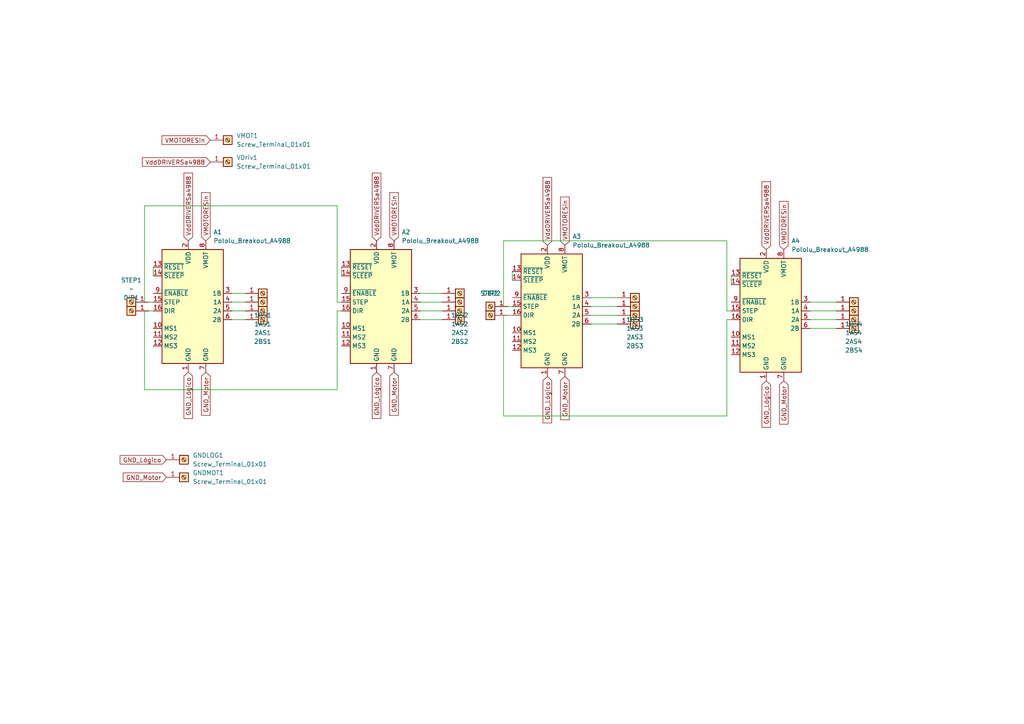
<source format=kicad_sch>
(kicad_sch (version 20230121) (generator eeschema)

  (uuid 596ffd44-7dc4-43b1-b835-9b1ea2603f90)

  (paper "A4")

  (lib_symbols
    (symbol "Connector:Screw_Terminal_01x01" (pin_names (offset 1.016) hide) (in_bom yes) (on_board yes)
      (property "Reference" "J" (at 0 2.54 0)
        (effects (font (size 1.27 1.27)))
      )
      (property "Value" "Screw_Terminal_01x01" (at 0 -2.54 0)
        (effects (font (size 1.27 1.27)))
      )
      (property "Footprint" "" (at 0 0 0)
        (effects (font (size 1.27 1.27)) hide)
      )
      (property "Datasheet" "~" (at 0 0 0)
        (effects (font (size 1.27 1.27)) hide)
      )
      (property "ki_keywords" "screw terminal" (at 0 0 0)
        (effects (font (size 1.27 1.27)) hide)
      )
      (property "ki_description" "Generic screw terminal, single row, 01x01, script generated (kicad-library-utils/schlib/autogen/connector/)" (at 0 0 0)
        (effects (font (size 1.27 1.27)) hide)
      )
      (property "ki_fp_filters" "TerminalBlock*:*" (at 0 0 0)
        (effects (font (size 1.27 1.27)) hide)
      )
      (symbol "Screw_Terminal_01x01_1_1"
        (rectangle (start -1.27 1.27) (end 1.27 -1.27)
          (stroke (width 0.254) (type default))
          (fill (type background))
        )
        (polyline
          (pts
            (xy -0.5334 0.3302)
            (xy 0.3302 -0.508)
          )
          (stroke (width 0.1524) (type default))
          (fill (type none))
        )
        (polyline
          (pts
            (xy -0.3556 0.508)
            (xy 0.508 -0.3302)
          )
          (stroke (width 0.1524) (type default))
          (fill (type none))
        )
        (circle (center 0 0) (radius 0.635)
          (stroke (width 0.1524) (type default))
          (fill (type none))
        )
        (pin passive line (at -5.08 0 0) (length 3.81)
          (name "Pin_1" (effects (font (size 1.27 1.27))))
          (number "1" (effects (font (size 1.27 1.27))))
        )
      )
    )
    (symbol "Driver_Motor:Pololu_Breakout_A4988" (in_bom yes) (on_board yes)
      (property "Reference" "A" (at -2.54 19.05 0)
        (effects (font (size 1.27 1.27)) (justify right))
      )
      (property "Value" "Pololu_Breakout_A4988" (at -2.54 16.51 0)
        (effects (font (size 1.27 1.27)) (justify right))
      )
      (property "Footprint" "Module:Pololu_Breakout-16_15.2x20.3mm" (at 6.985 -19.05 0)
        (effects (font (size 1.27 1.27)) (justify left) hide)
      )
      (property "Datasheet" "https://www.pololu.com/product/2980/pictures" (at 2.54 -7.62 0)
        (effects (font (size 1.27 1.27)) hide)
      )
      (property "ki_keywords" "Pololu Breakout Board Stepper Driver A4988" (at 0 0 0)
        (effects (font (size 1.27 1.27)) hide)
      )
      (property "ki_description" "Pololu Breakout Board, Stepper Driver A4988" (at 0 0 0)
        (effects (font (size 1.27 1.27)) hide)
      )
      (property "ki_fp_filters" "Pololu*Breakout*15.2x20.3mm*" (at 0 0 0)
        (effects (font (size 1.27 1.27)) hide)
      )
      (symbol "Pololu_Breakout_A4988_0_1"
        (rectangle (start 10.16 -17.78) (end -7.62 15.24)
          (stroke (width 0.254) (type default))
          (fill (type background))
        )
      )
      (symbol "Pololu_Breakout_A4988_1_1"
        (pin power_in line (at 0 -20.32 90) (length 2.54)
          (name "GND" (effects (font (size 1.27 1.27))))
          (number "1" (effects (font (size 1.27 1.27))))
        )
        (pin input line (at -10.16 -7.62 0) (length 2.54)
          (name "MS1" (effects (font (size 1.27 1.27))))
          (number "10" (effects (font (size 1.27 1.27))))
        )
        (pin input line (at -10.16 -10.16 0) (length 2.54)
          (name "MS2" (effects (font (size 1.27 1.27))))
          (number "11" (effects (font (size 1.27 1.27))))
        )
        (pin input line (at -10.16 -12.7 0) (length 2.54)
          (name "MS3" (effects (font (size 1.27 1.27))))
          (number "12" (effects (font (size 1.27 1.27))))
        )
        (pin input line (at -10.16 10.16 0) (length 2.54)
          (name "~{RESET}" (effects (font (size 1.27 1.27))))
          (number "13" (effects (font (size 1.27 1.27))))
        )
        (pin input line (at -10.16 7.62 0) (length 2.54)
          (name "~{SLEEP}" (effects (font (size 1.27 1.27))))
          (number "14" (effects (font (size 1.27 1.27))))
        )
        (pin input line (at -10.16 0 0) (length 2.54)
          (name "STEP" (effects (font (size 1.27 1.27))))
          (number "15" (effects (font (size 1.27 1.27))))
        )
        (pin input line (at -10.16 -2.54 0) (length 2.54)
          (name "DIR" (effects (font (size 1.27 1.27))))
          (number "16" (effects (font (size 1.27 1.27))))
        )
        (pin power_in line (at 0 17.78 270) (length 2.54)
          (name "VDD" (effects (font (size 1.27 1.27))))
          (number "2" (effects (font (size 1.27 1.27))))
        )
        (pin output line (at 12.7 2.54 180) (length 2.54)
          (name "1B" (effects (font (size 1.27 1.27))))
          (number "3" (effects (font (size 1.27 1.27))))
        )
        (pin output line (at 12.7 0 180) (length 2.54)
          (name "1A" (effects (font (size 1.27 1.27))))
          (number "4" (effects (font (size 1.27 1.27))))
        )
        (pin output line (at 12.7 -2.54 180) (length 2.54)
          (name "2A" (effects (font (size 1.27 1.27))))
          (number "5" (effects (font (size 1.27 1.27))))
        )
        (pin output line (at 12.7 -5.08 180) (length 2.54)
          (name "2B" (effects (font (size 1.27 1.27))))
          (number "6" (effects (font (size 1.27 1.27))))
        )
        (pin power_in line (at 5.08 -20.32 90) (length 2.54)
          (name "GND" (effects (font (size 1.27 1.27))))
          (number "7" (effects (font (size 1.27 1.27))))
        )
        (pin power_in line (at 5.08 17.78 270) (length 2.54)
          (name "VMOT" (effects (font (size 1.27 1.27))))
          (number "8" (effects (font (size 1.27 1.27))))
        )
        (pin input line (at -10.16 2.54 0) (length 2.54)
          (name "~{ENABLE}" (effects (font (size 1.27 1.27))))
          (number "9" (effects (font (size 1.27 1.27))))
        )
      )
    )
  )


  (wire (pts (xy 121.92 92.71) (xy 128.27 92.71))
    (stroke (width 0) (type default))
    (uuid 044dc2d7-db76-4b0e-9976-80eb1b7d5c86)
  )
  (wire (pts (xy 97.79 90.17) (xy 99.06 90.17))
    (stroke (width 0) (type default))
    (uuid 04a33b32-b279-4199-8719-f5b42a20e566)
  )
  (wire (pts (xy 67.31 92.71) (xy 71.12 92.71))
    (stroke (width 0) (type default))
    (uuid 0707f241-8063-4bff-9fc5-633a63f89ed5)
  )
  (wire (pts (xy 67.31 85.09) (xy 71.12 85.09))
    (stroke (width 0) (type default))
    (uuid 08b48114-c72b-400e-8b8c-f85621ae121b)
  )
  (wire (pts (xy 67.31 90.17) (xy 71.12 90.17))
    (stroke (width 0) (type default))
    (uuid 09219361-a8e1-48ee-886e-4a16d7c9a025)
  )
  (wire (pts (xy 121.92 85.09) (xy 128.27 85.09))
    (stroke (width 0) (type default))
    (uuid 114eeb63-d96e-48d4-8bd0-95a7cc908a79)
  )
  (wire (pts (xy 97.79 90.17) (xy 97.79 113.03))
    (stroke (width 0) (type default))
    (uuid 11f91220-73b8-4534-9d1b-92a1a3a24ef1)
  )
  (wire (pts (xy 171.45 93.98) (xy 179.07 93.98))
    (stroke (width 0) (type default))
    (uuid 1afcaab1-6b4a-4858-8058-49c8647904b0)
  )
  (wire (pts (xy 234.95 90.17) (xy 242.57 90.17))
    (stroke (width 0) (type default))
    (uuid 208c01d9-4edf-46a3-a4e4-eccd818c78e1)
  )
  (wire (pts (xy 43.18 87.63) (xy 44.45 87.63))
    (stroke (width 0) (type default))
    (uuid 2542e02f-0880-4b12-8e23-f56df96eb306)
  )
  (wire (pts (xy 97.79 87.63) (xy 99.06 87.63))
    (stroke (width 0) (type default))
    (uuid 2cc5e683-c2d1-458b-bd3f-176686bb308b)
  )
  (wire (pts (xy 121.92 87.63) (xy 128.27 87.63))
    (stroke (width 0) (type default))
    (uuid 2e5208c4-6136-4053-bc15-035344302255)
  )
  (wire (pts (xy 234.95 87.63) (xy 242.57 87.63))
    (stroke (width 0) (type default))
    (uuid 2f8be7c7-3d46-4b59-8ed5-49b2d117cff8)
  )
  (wire (pts (xy 212.09 80.01) (xy 212.09 82.55))
    (stroke (width 0) (type default))
    (uuid 4908c083-6fcc-4652-bcce-9d2b5c6965a3)
  )
  (wire (pts (xy 234.95 92.71) (xy 242.57 92.71))
    (stroke (width 0) (type default))
    (uuid 5024227f-ab5d-489c-832a-de9903dd46af)
  )
  (wire (pts (xy 147.32 88.9) (xy 148.59 88.9))
    (stroke (width 0) (type default))
    (uuid 58610ad1-885b-47b3-b38d-7f454205a59d)
  )
  (wire (pts (xy 97.79 59.69) (xy 97.79 87.63))
    (stroke (width 0) (type default))
    (uuid 5974abd9-e2f8-4e8c-9c3a-037bc5c1f76e)
  )
  (wire (pts (xy 67.31 87.63) (xy 71.12 87.63))
    (stroke (width 0) (type default))
    (uuid 5e09c531-2931-4d0f-954d-900044476315)
  )
  (wire (pts (xy 210.82 90.17) (xy 212.09 90.17))
    (stroke (width 0) (type default))
    (uuid 5e8909d4-9f3d-49b6-9227-b0fac153b8a1)
  )
  (wire (pts (xy 44.45 77.47) (xy 44.45 80.01))
    (stroke (width 0) (type default))
    (uuid 68b421c0-0f69-4837-b524-62438b6e41ba)
  )
  (wire (pts (xy 43.18 90.17) (xy 44.45 90.17))
    (stroke (width 0) (type default))
    (uuid 6fbb6a27-7d58-4746-8221-42c1f9c5ebce)
  )
  (wire (pts (xy 41.91 90.17) (xy 41.91 113.03))
    (stroke (width 0) (type default))
    (uuid 7688430f-f4ba-4180-8319-ad308b5431d3)
  )
  (wire (pts (xy 234.95 95.25) (xy 242.57 95.25))
    (stroke (width 0) (type default))
    (uuid 7ed9d6e7-4abc-433f-be59-ee0c40f93231)
  )
  (wire (pts (xy 148.59 78.74) (xy 148.59 81.28))
    (stroke (width 0) (type default))
    (uuid 7f455175-3d23-4a9e-a70d-48e0809c3046)
  )
  (wire (pts (xy 171.45 91.44) (xy 179.07 91.44))
    (stroke (width 0) (type default))
    (uuid 8436a50f-2a2c-49a9-9f58-c375ed634098)
  )
  (wire (pts (xy 210.82 92.71) (xy 212.09 92.71))
    (stroke (width 0) (type default))
    (uuid 8598274b-7ebc-4e44-ac3a-fdd0c9940de3)
  )
  (wire (pts (xy 146.05 120.65) (xy 210.82 120.65))
    (stroke (width 0) (type default))
    (uuid 8e0fe897-abb3-4513-963c-c8bd56d9373c)
  )
  (wire (pts (xy 146.05 91.44) (xy 146.05 120.65))
    (stroke (width 0) (type default))
    (uuid 924daad7-48d1-41d9-878f-7adcc3447f40)
  )
  (wire (pts (xy 210.82 69.85) (xy 146.05 69.85))
    (stroke (width 0) (type default))
    (uuid b2544c85-8357-4ebd-931a-5f55f591173e)
  )
  (wire (pts (xy 97.79 59.69) (xy 41.91 59.69))
    (stroke (width 0) (type default))
    (uuid bf267059-1547-4276-9c3b-fcd71662bfef)
  )
  (wire (pts (xy 41.91 59.69) (xy 41.91 87.63))
    (stroke (width 0) (type default))
    (uuid c0e4982b-a68e-4832-a421-2f68f54123b1)
  )
  (wire (pts (xy 121.92 90.17) (xy 128.27 90.17))
    (stroke (width 0) (type default))
    (uuid c5fcbdd3-d596-4793-b870-0499c0b3324f)
  )
  (wire (pts (xy 171.45 88.9) (xy 179.07 88.9))
    (stroke (width 0) (type default))
    (uuid d1add329-73e9-430a-8d19-38b855c97944)
  )
  (wire (pts (xy 146.05 69.85) (xy 146.05 88.9))
    (stroke (width 0) (type default))
    (uuid d33d8f77-cca1-4088-a2e7-b3e3698e7d9f)
  )
  (wire (pts (xy 97.79 113.03) (xy 41.91 113.03))
    (stroke (width 0) (type default))
    (uuid de41cc48-636c-4169-aa4d-c0dc616b2458)
  )
  (wire (pts (xy 171.45 86.36) (xy 179.07 86.36))
    (stroke (width 0) (type default))
    (uuid e0e21a69-87e6-4560-80d1-fec97ee07c4b)
  )
  (wire (pts (xy 210.82 90.17) (xy 210.82 69.85))
    (stroke (width 0) (type default))
    (uuid e303a540-6dc7-487b-8a62-2d4759dafa76)
  )
  (wire (pts (xy 147.32 91.44) (xy 148.59 91.44))
    (stroke (width 0) (type default))
    (uuid e7df2496-8864-4eeb-bf35-492cefd2ab5a)
  )
  (wire (pts (xy 99.06 77.47) (xy 99.06 80.01))
    (stroke (width 0) (type default))
    (uuid ebc93ce6-7fb9-4f64-994d-27c9f49d8823)
  )
  (wire (pts (xy 210.82 92.71) (xy 210.82 120.65))
    (stroke (width 0) (type default))
    (uuid f616ac86-82e2-41bc-a3df-8eeeffc9b856)
  )

  (global_label "VMOTORESin" (shape input) (at 227.33 72.39 90) (fields_autoplaced)
    (effects (font (size 1.27 1.27)) (justify left))
    (uuid 13a1a90f-5da5-4322-b093-e1d00a5a9fd5)
    (property "Intersheetrefs" "${INTERSHEET_REFS}" (at 227.33 57.8539 90)
      (effects (font (size 1.27 1.27)) (justify left) hide)
    )
  )
  (global_label "VddDRIVERSa4988" (shape input) (at 158.75 71.12 90) (fields_autoplaced)
    (effects (font (size 1.27 1.27)) (justify left))
    (uuid 19606d6a-9fb9-4c42-bd60-dcb0290b3d68)
    (property "Intersheetrefs" "${INTERSHEET_REFS}" (at 158.75 50.8993 90)
      (effects (font (size 1.27 1.27)) (justify left) hide)
    )
  )
  (global_label "VMOTORESin" (shape input) (at 114.3 69.85 90) (fields_autoplaced)
    (effects (font (size 1.27 1.27)) (justify left))
    (uuid 20f621a8-764e-444b-be98-f6310dd0154a)
    (property "Intersheetrefs" "${INTERSHEET_REFS}" (at 114.3 55.3139 90)
      (effects (font (size 1.27 1.27)) (justify left) hide)
    )
  )
  (global_label "GND_Lógico" (shape input) (at 158.75 109.22 270) (fields_autoplaced)
    (effects (font (size 1.27 1.27)) (justify right))
    (uuid 3280a795-a921-4369-a8e1-c4006b56dbdc)
    (property "Intersheetrefs" "${INTERSHEET_REFS}" (at 158.75 123.2118 90)
      (effects (font (size 1.27 1.27)) (justify right) hide)
    )
  )
  (global_label "VddDRIVERSa4988" (shape input) (at 109.22 69.85 90) (fields_autoplaced)
    (effects (font (size 1.27 1.27)) (justify left))
    (uuid 3ba5dbc5-bfed-4aa2-baa1-7f8b426d19b6)
    (property "Intersheetrefs" "${INTERSHEET_REFS}" (at 109.22 49.6293 90)
      (effects (font (size 1.27 1.27)) (justify left) hide)
    )
  )
  (global_label "VddDRIVERSa4988" (shape input) (at 222.25 72.39 90) (fields_autoplaced)
    (effects (font (size 1.27 1.27)) (justify left))
    (uuid 41fd8c22-a413-4957-8530-86d896f0f26e)
    (property "Intersheetrefs" "${INTERSHEET_REFS}" (at 222.25 52.1693 90)
      (effects (font (size 1.27 1.27)) (justify left) hide)
    )
  )
  (global_label "GND_Motor" (shape input) (at 227.33 110.49 270) (fields_autoplaced)
    (effects (font (size 1.27 1.27)) (justify right))
    (uuid 453a8fc7-5db7-4c47-9d37-7d7e0031f805)
    (property "Intersheetrefs" "${INTERSHEET_REFS}" (at 227.33 123.5746 90)
      (effects (font (size 1.27 1.27)) (justify right) hide)
    )
  )
  (global_label "GND_Lógico" (shape input) (at 48.26 133.35 180) (fields_autoplaced)
    (effects (font (size 1.27 1.27)) (justify right))
    (uuid 48fe23c7-66ee-4508-889c-74bcd9620a6c)
    (property "Intersheetrefs" "${INTERSHEET_REFS}" (at 34.2682 133.35 0)
      (effects (font (size 1.27 1.27)) (justify right) hide)
    )
  )
  (global_label "VMOTORESin" (shape input) (at 163.83 71.12 90) (fields_autoplaced)
    (effects (font (size 1.27 1.27)) (justify left))
    (uuid 67654533-d256-4bc0-8779-7b754b10f8ab)
    (property "Intersheetrefs" "${INTERSHEET_REFS}" (at 163.83 56.5839 90)
      (effects (font (size 1.27 1.27)) (justify left) hide)
    )
  )
  (global_label "VddDRIVERSa4988" (shape input) (at 60.96 46.99 180) (fields_autoplaced)
    (effects (font (size 1.27 1.27)) (justify right))
    (uuid 73111013-0a12-4c1b-a7e1-2670850cca9d)
    (property "Intersheetrefs" "${INTERSHEET_REFS}" (at 40.7393 46.99 0)
      (effects (font (size 1.27 1.27)) (justify right) hide)
    )
  )
  (global_label "GND_Motor" (shape input) (at 163.83 109.22 270) (fields_autoplaced)
    (effects (font (size 1.27 1.27)) (justify right))
    (uuid 8a0bf7ab-67e0-4f51-9f1e-9e184154a20a)
    (property "Intersheetrefs" "${INTERSHEET_REFS}" (at 163.83 122.3046 90)
      (effects (font (size 1.27 1.27)) (justify right) hide)
    )
  )
  (global_label "GND_Motor" (shape input) (at 48.26 138.43 180) (fields_autoplaced)
    (effects (font (size 1.27 1.27)) (justify right))
    (uuid 8a3ed740-c7ba-43c4-a5ea-e2efa2f1c263)
    (property "Intersheetrefs" "${INTERSHEET_REFS}" (at 35.1754 138.43 0)
      (effects (font (size 1.27 1.27)) (justify right) hide)
    )
  )
  (global_label "GND_Lógico" (shape input) (at 109.22 107.95 270) (fields_autoplaced)
    (effects (font (size 1.27 1.27)) (justify right))
    (uuid a363e6c8-62ab-4607-9fc0-4b19ab5cbf1e)
    (property "Intersheetrefs" "${INTERSHEET_REFS}" (at 109.22 121.9418 90)
      (effects (font (size 1.27 1.27)) (justify right) hide)
    )
  )
  (global_label "GND_Lógico" (shape input) (at 222.25 110.49 270) (fields_autoplaced)
    (effects (font (size 1.27 1.27)) (justify right))
    (uuid cd0ecbd8-a086-44b8-9b1a-b654f077879f)
    (property "Intersheetrefs" "${INTERSHEET_REFS}" (at 222.25 124.4818 90)
      (effects (font (size 1.27 1.27)) (justify right) hide)
    )
  )
  (global_label "VMOTORESin" (shape input) (at 60.96 40.64 180) (fields_autoplaced)
    (effects (font (size 1.27 1.27)) (justify right))
    (uuid cdfdab6b-47e3-42e8-a0c8-d3a9cb4b4be5)
    (property "Intersheetrefs" "${INTERSHEET_REFS}" (at 46.4239 40.64 0)
      (effects (font (size 1.27 1.27)) (justify right) hide)
    )
  )
  (global_label "VMOTORESin" (shape input) (at 59.69 69.85 90) (fields_autoplaced)
    (effects (font (size 1.27 1.27)) (justify left))
    (uuid cec16aac-cae6-47c3-a0b5-a022167c735e)
    (property "Intersheetrefs" "${INTERSHEET_REFS}" (at 59.69 55.3139 90)
      (effects (font (size 1.27 1.27)) (justify left) hide)
    )
  )
  (global_label "GND_Lógico" (shape input) (at 54.61 107.95 270) (fields_autoplaced)
    (effects (font (size 1.27 1.27)) (justify right))
    (uuid d3544242-c852-4913-bcca-ed0337371683)
    (property "Intersheetrefs" "${INTERSHEET_REFS}" (at 54.61 121.9418 90)
      (effects (font (size 1.27 1.27)) (justify right) hide)
    )
  )
  (global_label "VddDRIVERSa4988" (shape input) (at 54.61 69.85 90) (fields_autoplaced)
    (effects (font (size 1.27 1.27)) (justify left))
    (uuid de9ec854-5905-4614-94f3-8ef7c8d23ecf)
    (property "Intersheetrefs" "${INTERSHEET_REFS}" (at 54.61 49.6293 90)
      (effects (font (size 1.27 1.27)) (justify left) hide)
    )
  )
  (global_label "GND_Motor" (shape input) (at 114.3 107.95 270) (fields_autoplaced)
    (effects (font (size 1.27 1.27)) (justify right))
    (uuid e5eac196-5be2-47ea-b068-b9ea94d13161)
    (property "Intersheetrefs" "${INTERSHEET_REFS}" (at 114.3 121.0346 90)
      (effects (font (size 1.27 1.27)) (justify right) hide)
    )
  )
  (global_label "GND_Motor" (shape input) (at 59.69 107.95 270) (fields_autoplaced)
    (effects (font (size 1.27 1.27)) (justify right))
    (uuid fb2728fa-dcf4-4f5c-a407-4f1af2131775)
    (property "Intersheetrefs" "${INTERSHEET_REFS}" (at 59.69 121.0346 90)
      (effects (font (size 1.27 1.27)) (justify right) hide)
    )
  )

  (symbol (lib_id "Driver_Motor:Pololu_Breakout_A4988") (at 109.22 87.63 0) (unit 1)
    (in_bom yes) (on_board yes) (dnp no) (fields_autoplaced)
    (uuid 0423eb33-d8e1-42dc-bc9d-36297b5f5343)
    (property "Reference" "A2" (at 116.4941 67.31 0)
      (effects (font (size 1.27 1.27)) (justify left))
    )
    (property "Value" "Pololu_Breakout_A4988" (at 116.4941 69.85 0)
      (effects (font (size 1.27 1.27)) (justify left))
    )
    (property "Footprint" "Module:Pololu_Breakout-16_15.2x20.3mm" (at 116.205 106.68 0)
      (effects (font (size 1.27 1.27)) (justify left) hide)
    )
    (property "Datasheet" "https://www.pololu.com/product/2980/pictures" (at 111.76 95.25 0)
      (effects (font (size 1.27 1.27)) hide)
    )
    (pin "1" (uuid 416e2dae-fc1f-4536-9cba-af7217b9d962))
    (pin "10" (uuid f6f0b789-469b-4e30-be9b-5744472ac3fe))
    (pin "11" (uuid 01d1cb84-ba06-45f5-bd67-62772c7a2d08))
    (pin "12" (uuid 68e0aae5-7475-4c40-8ec4-0de8a0521f43))
    (pin "13" (uuid 1cb880ef-ee20-403a-a855-72ee636b6102))
    (pin "14" (uuid 9e2a3e8e-af9b-466e-a776-ef7c6281e6aa))
    (pin "15" (uuid f3908e9d-f3d1-4f2a-b33d-26b89437b3e4))
    (pin "16" (uuid ed6ffb84-8507-40f7-a583-2e7f79ef895f))
    (pin "2" (uuid f6782e0d-43fc-4b00-9165-99d0c58f79bf))
    (pin "3" (uuid 5a74145f-4b21-4663-bd21-fdb8bb910821))
    (pin "4" (uuid 14051982-6c88-4aeb-a5bc-d6d29483939d))
    (pin "5" (uuid 06efaa83-f637-476b-a3ad-ea525840b78d))
    (pin "6" (uuid 8dde2919-f44a-4101-98a6-f35eaa319430))
    (pin "7" (uuid e4fd8492-e40f-4f31-af9c-40c600b25ee9))
    (pin "8" (uuid 6d482dbc-2d90-4af1-b512-75f933e8a899))
    (pin "9" (uuid a8bf14ba-f7ba-444f-8554-c74e4a0a3f12))
    (instances
      (project "HorusEjemplo"
        (path "/596ffd44-7dc4-43b1-b835-9b1ea2603f90"
          (reference "A2") (unit 1)
        )
      )
      (project "Horus Stepper PCB powercont"
        (path "/9dedd4ef-18ff-488d-8090-840e272d40e2"
          (reference "A3") (unit 1)
        )
      )
    )
  )

  (symbol (lib_id "Connector:Screw_Terminal_01x01") (at 142.24 88.9 180) (unit 1)
    (in_bom yes) (on_board yes) (dnp no) (fields_autoplaced)
    (uuid 04b49a1d-0b08-4322-b8e5-7d13b3875087)
    (property "Reference" "STEP2" (at 142.24 85.09 0)
      (effects (font (size 1.27 1.27)))
    )
    (property "Value" "Screw_Terminal_01x01" (at 142.24 85.09 0)
      (effects (font (size 1.27 1.27)) hide)
    )
    (property "Footprint" "TestPoint:TestPoint_Loop_D3.80mm_Drill2.0mm" (at 142.24 88.9 0)
      (effects (font (size 1.27 1.27)) hide)
    )
    (property "Datasheet" "~" (at 142.24 88.9 0)
      (effects (font (size 1.27 1.27)) hide)
    )
    (pin "1" (uuid b5bcc1da-a804-423c-baf9-b9c7fa0b9a3a))
    (instances
      (project "HorusEjemplo"
        (path "/596ffd44-7dc4-43b1-b835-9b1ea2603f90"
          (reference "STEP2") (unit 1)
        )
      )
      (project "Horus Stepper PCB powercont"
        (path "/9dedd4ef-18ff-488d-8090-840e272d40e2"
          (reference "STEP3") (unit 1)
        )
      )
    )
  )

  (symbol (lib_id "Connector:Screw_Terminal_01x01") (at 53.34 133.35 0) (unit 1)
    (in_bom yes) (on_board yes) (dnp no) (fields_autoplaced)
    (uuid 0b923447-89c1-41f6-b2ab-d7414ae4372d)
    (property "Reference" "GNDLOG1" (at 55.88 132.08 0)
      (effects (font (size 1.27 1.27)) (justify left))
    )
    (property "Value" "Screw_Terminal_01x01" (at 55.88 134.62 0)
      (effects (font (size 1.27 1.27)) (justify left))
    )
    (property "Footprint" "TestPoint:TestPoint_Loop_D3.80mm_Drill2.0mm" (at 53.34 133.35 0)
      (effects (font (size 1.27 1.27)) hide)
    )
    (property "Datasheet" "~" (at 53.34 133.35 0)
      (effects (font (size 1.27 1.27)) hide)
    )
    (pin "1" (uuid 1295c47f-4695-493b-b6d6-6b13182aa853))
    (instances
      (project "HorusEjemplo"
        (path "/596ffd44-7dc4-43b1-b835-9b1ea2603f90"
          (reference "GNDLOG1") (unit 1)
        )
      )
    )
  )

  (symbol (lib_id "Driver_Motor:Pololu_Breakout_A4988") (at 158.75 88.9 0) (unit 1)
    (in_bom yes) (on_board yes) (dnp no) (fields_autoplaced)
    (uuid 17f1852d-eb05-44d0-93a6-f71450a6475b)
    (property "Reference" "A3" (at 166.0241 68.58 0)
      (effects (font (size 1.27 1.27)) (justify left))
    )
    (property "Value" "Pololu_Breakout_A4988" (at 166.0241 71.12 0)
      (effects (font (size 1.27 1.27)) (justify left))
    )
    (property "Footprint" "Module:Pololu_Breakout-16_15.2x20.3mm" (at 165.735 107.95 0)
      (effects (font (size 1.27 1.27)) (justify left) hide)
    )
    (property "Datasheet" "https://www.pololu.com/product/2980/pictures" (at 161.29 96.52 0)
      (effects (font (size 1.27 1.27)) hide)
    )
    (pin "1" (uuid 68e0ded0-b778-43fc-b55e-972fc465a2d0))
    (pin "10" (uuid 5dbe5c9a-bfb6-48b2-8f97-c75e6325877b))
    (pin "11" (uuid f8991396-44ec-4a09-829f-007df4f6ebbc))
    (pin "12" (uuid 50a9ffce-7ef2-4a23-8c00-7a6ed4a08f78))
    (pin "13" (uuid 65d1bd0a-b814-4aff-999a-c3e0ee2d1905))
    (pin "14" (uuid 5f79c8b0-2c37-467e-9047-b79e48640d0a))
    (pin "15" (uuid 1147cd5a-6b86-4018-9493-da29d094f7b5))
    (pin "16" (uuid b47a28ed-6656-4aa7-9410-4ef933fbec34))
    (pin "2" (uuid 6099defe-29a7-4d39-9bde-5029cf7c6378))
    (pin "3" (uuid d174b809-446e-43bf-ab17-11e71a18475e))
    (pin "4" (uuid 919354a5-8716-481b-98c3-2ee64ddcb068))
    (pin "5" (uuid cceac348-b3e2-4d54-82d6-9ac433f04e3f))
    (pin "6" (uuid 54d19dbe-3b45-400a-9572-6c5346a3a673))
    (pin "7" (uuid ca86696b-6e36-4e2e-a3c8-f28e126251a2))
    (pin "8" (uuid 4cd87552-f2e1-4a09-8c1b-f5d82536ad74))
    (pin "9" (uuid 263756a4-fbfc-455c-bbaf-77e9779732e2))
    (instances
      (project "HorusEjemplo"
        (path "/596ffd44-7dc4-43b1-b835-9b1ea2603f90"
          (reference "A3") (unit 1)
        )
      )
      (project "Horus Stepper PCB powercont"
        (path "/9dedd4ef-18ff-488d-8090-840e272d40e2"
          (reference "A2") (unit 1)
        )
      )
    )
  )

  (symbol (lib_id "Connector:Screw_Terminal_01x01") (at 247.65 92.71 0) (unit 1)
    (in_bom yes) (on_board yes) (dnp no)
    (uuid 2078677c-2c68-4851-a568-5b020b28e2ad)
    (property "Reference" "2AS4" (at 245.11 99.06 0)
      (effects (font (size 1.27 1.27)) (justify left))
    )
    (property "Value" "Screw_Terminal_01x01" (at 247.65 96.52 0)
      (effects (font (size 1.27 1.27)) hide)
    )
    (property "Footprint" "TestPoint:TestPoint_Loop_D3.80mm_Drill2.0mm" (at 247.65 92.71 0)
      (effects (font (size 1.27 1.27)) hide)
    )
    (property "Datasheet" "~" (at 247.65 92.71 0)
      (effects (font (size 1.27 1.27)) hide)
    )
    (pin "1" (uuid e6b08208-1eff-4a7d-8e45-cf0dd509ed7e))
    (instances
      (project "HorusEjemplo"
        (path "/596ffd44-7dc4-43b1-b835-9b1ea2603f90"
          (reference "2AS4") (unit 1)
        )
      )
      (project "Horus Stepper PCB powercont"
        (path "/9dedd4ef-18ff-488d-8090-840e272d40e2"
          (reference "2AS3") (unit 1)
        )
      )
    )
  )

  (symbol (lib_id "Connector:Screw_Terminal_01x01") (at 76.2 92.71 0) (unit 1)
    (in_bom yes) (on_board yes) (dnp no) (fields_autoplaced)
    (uuid 2267ead9-0e34-4201-914a-2a07a5ba37e2)
    (property "Reference" "2BS1" (at 76.2 99.06 0)
      (effects (font (size 1.27 1.27)))
    )
    (property "Value" "Screw_Terminal_01x" (at 76.2 96.52 0)
      (effects (font (size 1.27 1.27)) hide)
    )
    (property "Footprint" "TestPoint:TestPoint_Loop_D3.80mm_Drill2.0mm" (at 76.2 92.71 0)
      (effects (font (size 1.27 1.27)) hide)
    )
    (property "Datasheet" "~" (at 76.2 92.71 0)
      (effects (font (size 1.27 1.27)) hide)
    )
    (pin "1" (uuid 3f6b37ca-5bba-440c-81c2-41f4411dbb9f))
    (instances
      (project "HorusEjemplo"
        (path "/596ffd44-7dc4-43b1-b835-9b1ea2603f90"
          (reference "2BS1") (unit 1)
        )
      )
      (project "Horus Stepper PCB powercont"
        (path "/9dedd4ef-18ff-488d-8090-840e272d40e2"
          (reference "2BS1") (unit 1)
        )
      )
    )
  )

  (symbol (lib_id "Driver_Motor:Pololu_Breakout_A4988") (at 54.61 87.63 0) (unit 1)
    (in_bom yes) (on_board yes) (dnp no) (fields_autoplaced)
    (uuid 26674f0b-ba19-41dd-8198-a44f3fb7f05c)
    (property "Reference" "A1" (at 61.8841 67.31 0)
      (effects (font (size 1.27 1.27)) (justify left))
    )
    (property "Value" "Pololu_Breakout_A4988" (at 61.8841 69.85 0)
      (effects (font (size 1.27 1.27)) (justify left))
    )
    (property "Footprint" "Module:Pololu_Breakout-16_15.2x20.3mm" (at 61.595 106.68 0)
      (effects (font (size 1.27 1.27)) (justify left) hide)
    )
    (property "Datasheet" "https://www.pololu.com/product/2980/pictures" (at 57.15 95.25 0)
      (effects (font (size 1.27 1.27)) hide)
    )
    (pin "1" (uuid 534e5a6a-3da1-41a1-8a96-013a391821f8))
    (pin "10" (uuid 82ece2ad-32ca-47e1-a5e4-1b2dc03fb2c0))
    (pin "11" (uuid fcb71b31-2552-4bc3-8be1-dbeebc2ef6fd))
    (pin "12" (uuid ea747c90-490c-4a2c-9041-47c6df7f6ead))
    (pin "13" (uuid 696aae38-7cb1-460c-bbe1-40f90b0addee))
    (pin "14" (uuid 70547b0f-0fd0-40fd-a1e7-515f64b7b215))
    (pin "15" (uuid 7ef8af7c-0140-4457-8a85-fab977ae65ac))
    (pin "16" (uuid 38202d7c-1960-4b3d-a83f-4559e7cc04e6))
    (pin "2" (uuid 498af914-5df4-405d-b254-3e0fefce2088))
    (pin "3" (uuid 009e651e-eed6-4985-9332-999ac8a26b70))
    (pin "4" (uuid d32a378c-0e7c-4d6b-9232-3463b3630f9b))
    (pin "5" (uuid 80005b65-e8c9-491e-970f-af2157291b01))
    (pin "6" (uuid 953e8b48-2bb8-4a46-98e7-596ca4a1c483))
    (pin "7" (uuid d1c15aa3-108b-4971-aecd-0f1fa9cbfbe0))
    (pin "8" (uuid 92bc6fff-8319-44ae-9ffd-acada76ce942))
    (pin "9" (uuid 178fcfa7-dd02-4052-bb58-d872de49da85))
    (instances
      (project "HorusEjemplo"
        (path "/596ffd44-7dc4-43b1-b835-9b1ea2603f90"
          (reference "A1") (unit 1)
        )
      )
      (project "Horus Stepper PCB powercont"
        (path "/9dedd4ef-18ff-488d-8090-840e272d40e2"
          (reference "A4") (unit 1)
        )
      )
    )
  )

  (symbol (lib_id "Connector:Screw_Terminal_01x01") (at 53.34 138.43 0) (unit 1)
    (in_bom yes) (on_board yes) (dnp no) (fields_autoplaced)
    (uuid 34cbb482-19c5-41a5-9275-2922c342d31b)
    (property "Reference" "GNDMOT1" (at 55.88 137.16 0)
      (effects (font (size 1.27 1.27)) (justify left))
    )
    (property "Value" "Screw_Terminal_01x01" (at 55.88 139.7 0)
      (effects (font (size 1.27 1.27)) (justify left))
    )
    (property "Footprint" "TestPoint:TestPoint_Loop_D3.80mm_Drill2.0mm" (at 53.34 138.43 0)
      (effects (font (size 1.27 1.27)) hide)
    )
    (property "Datasheet" "~" (at 53.34 138.43 0)
      (effects (font (size 1.27 1.27)) hide)
    )
    (pin "1" (uuid ed2dc4eb-37ac-4cb6-8bff-29b7a190ae25))
    (instances
      (project "HorusEjemplo"
        (path "/596ffd44-7dc4-43b1-b835-9b1ea2603f90"
          (reference "GNDMOT1") (unit 1)
        )
      )
    )
  )

  (symbol (lib_id "Connector:Screw_Terminal_01x01") (at 247.65 90.17 0) (unit 1)
    (in_bom yes) (on_board yes) (dnp no) (fields_autoplaced)
    (uuid 35a2eb5b-f868-48cd-97cd-4123bb0f9bbf)
    (property "Reference" "1AS4" (at 247.65 96.52 0)
      (effects (font (size 1.27 1.27)))
    )
    (property "Value" "Screw_Terminal_01x" (at 247.65 93.98 0)
      (effects (font (size 1.27 1.27)) hide)
    )
    (property "Footprint" "TestPoint:TestPoint_Loop_D3.80mm_Drill2.0mm" (at 247.65 90.17 0)
      (effects (font (size 1.27 1.27)) hide)
    )
    (property "Datasheet" "~" (at 247.65 90.17 0)
      (effects (font (size 1.27 1.27)) hide)
    )
    (pin "1" (uuid 63a0a7da-a20b-4738-87fc-2b7f242263a5))
    (instances
      (project "HorusEjemplo"
        (path "/596ffd44-7dc4-43b1-b835-9b1ea2603f90"
          (reference "1AS4") (unit 1)
        )
      )
      (project "Horus Stepper PCB powercont"
        (path "/9dedd4ef-18ff-488d-8090-840e272d40e2"
          (reference "1AS3") (unit 1)
        )
      )
    )
  )

  (symbol (lib_id "Connector:Screw_Terminal_01x01") (at 133.35 87.63 0) (unit 1)
    (in_bom yes) (on_board yes) (dnp no) (fields_autoplaced)
    (uuid 39c2adf6-db93-4a3b-ad83-97d8eb67c6a0)
    (property "Reference" "1AS2" (at 133.35 93.98 0)
      (effects (font (size 1.27 1.27)))
    )
    (property "Value" "Screw_Terminal_01x" (at 133.35 91.44 0)
      (effects (font (size 1.27 1.27)) hide)
    )
    (property "Footprint" "TestPoint:TestPoint_Loop_D3.80mm_Drill2.0mm" (at 133.35 87.63 0)
      (effects (font (size 1.27 1.27)) hide)
    )
    (property "Datasheet" "~" (at 133.35 87.63 0)
      (effects (font (size 1.27 1.27)) hide)
    )
    (pin "1" (uuid 7b6a7c4f-c43d-4f3f-88a1-3ce4ca67b65a))
    (instances
      (project "HorusEjemplo"
        (path "/596ffd44-7dc4-43b1-b835-9b1ea2603f90"
          (reference "1AS2") (unit 1)
        )
      )
      (project "Horus Stepper PCB powercont"
        (path "/9dedd4ef-18ff-488d-8090-840e272d40e2"
          (reference "1AS3") (unit 1)
        )
      )
    )
  )

  (symbol (lib_id "Connector:Screw_Terminal_01x01") (at 184.15 86.36 0) (unit 1)
    (in_bom yes) (on_board yes) (dnp no) (fields_autoplaced)
    (uuid 49e3bac8-cc74-451b-8583-297eac16e668)
    (property "Reference" "1BS3" (at 184.15 92.71 0)
      (effects (font (size 1.27 1.27)))
    )
    (property "Value" "Screw_Terminal_01x01" (at 184.15 90.17 0)
      (effects (font (size 1.27 1.27)) hide)
    )
    (property "Footprint" "TestPoint:TestPoint_Loop_D3.80mm_Drill2.0mm" (at 184.15 86.36 0)
      (effects (font (size 1.27 1.27)) hide)
    )
    (property "Datasheet" "~" (at 184.15 86.36 0)
      (effects (font (size 1.27 1.27)) hide)
    )
    (pin "1" (uuid 9de5095e-cb5f-40c7-8503-d443ad1ff92b))
    (instances
      (project "HorusEjemplo"
        (path "/596ffd44-7dc4-43b1-b835-9b1ea2603f90"
          (reference "1BS3") (unit 1)
        )
      )
      (project "Horus Stepper PCB powercont"
        (path "/9dedd4ef-18ff-488d-8090-840e272d40e2"
          (reference "1BS3") (unit 1)
        )
      )
    )
  )

  (symbol (lib_id "Connector:Screw_Terminal_01x01") (at 133.35 92.71 0) (unit 1)
    (in_bom yes) (on_board yes) (dnp no) (fields_autoplaced)
    (uuid 60f835f2-2254-48db-8bd3-58c68f2ce2ea)
    (property "Reference" "2BS2" (at 133.35 99.06 0)
      (effects (font (size 1.27 1.27)))
    )
    (property "Value" "Screw_Terminal_01x" (at 133.35 96.52 0)
      (effects (font (size 1.27 1.27)) hide)
    )
    (property "Footprint" "TestPoint:TestPoint_Loop_D3.80mm_Drill2.0mm" (at 133.35 92.71 0)
      (effects (font (size 1.27 1.27)) hide)
    )
    (property "Datasheet" "~" (at 133.35 92.71 0)
      (effects (font (size 1.27 1.27)) hide)
    )
    (pin "1" (uuid c62675ae-2e5a-48c3-a2ed-8ebdbbcc65ca))
    (instances
      (project "HorusEjemplo"
        (path "/596ffd44-7dc4-43b1-b835-9b1ea2603f90"
          (reference "2BS2") (unit 1)
        )
      )
      (project "Horus Stepper PCB powercont"
        (path "/9dedd4ef-18ff-488d-8090-840e272d40e2"
          (reference "2BS3") (unit 1)
        )
      )
    )
  )

  (symbol (lib_id "Connector:Screw_Terminal_01x01") (at 184.15 91.44 0) (unit 1)
    (in_bom yes) (on_board yes) (dnp no) (fields_autoplaced)
    (uuid 638af3bf-3557-4d01-9fe5-ee3b128778ff)
    (property "Reference" "2AS3" (at 184.15 97.79 0)
      (effects (font (size 1.27 1.27)))
    )
    (property "Value" "Screw_Terminal_01x01" (at 184.15 95.25 0)
      (effects (font (size 1.27 1.27)) hide)
    )
    (property "Footprint" "TestPoint:TestPoint_Loop_D3.80mm_Drill2.0mm" (at 184.15 91.44 0)
      (effects (font (size 1.27 1.27)) hide)
    )
    (property "Datasheet" "~" (at 184.15 91.44 0)
      (effects (font (size 1.27 1.27)) hide)
    )
    (pin "1" (uuid 11655d5a-abee-4d81-9b07-7a5a6b744fa3))
    (instances
      (project "HorusEjemplo"
        (path "/596ffd44-7dc4-43b1-b835-9b1ea2603f90"
          (reference "2AS3") (unit 1)
        )
      )
      (project "Horus Stepper PCB powercont"
        (path "/9dedd4ef-18ff-488d-8090-840e272d40e2"
          (reference "2AS3") (unit 1)
        )
      )
    )
  )

  (symbol (lib_id "Connector:Screw_Terminal_01x01") (at 184.15 88.9 0) (unit 1)
    (in_bom yes) (on_board yes) (dnp no) (fields_autoplaced)
    (uuid 65ed80e0-973a-4ed5-8834-5c38463cca71)
    (property "Reference" "1AS3" (at 184.15 95.25 0)
      (effects (font (size 1.27 1.27)))
    )
    (property "Value" "Screw_Terminal_01x" (at 184.15 92.71 0)
      (effects (font (size 1.27 1.27)) hide)
    )
    (property "Footprint" "TestPoint:TestPoint_Loop_D3.80mm_Drill2.0mm" (at 184.15 88.9 0)
      (effects (font (size 1.27 1.27)) hide)
    )
    (property "Datasheet" "~" (at 184.15 88.9 0)
      (effects (font (size 1.27 1.27)) hide)
    )
    (pin "1" (uuid 47da2571-7850-48ab-99c3-af9b0aa0be06))
    (instances
      (project "HorusEjemplo"
        (path "/596ffd44-7dc4-43b1-b835-9b1ea2603f90"
          (reference "1AS3") (unit 1)
        )
      )
      (project "Horus Stepper PCB powercont"
        (path "/9dedd4ef-18ff-488d-8090-840e272d40e2"
          (reference "1AS3") (unit 1)
        )
      )
    )
  )

  (symbol (lib_id "Connector:Screw_Terminal_01x01") (at 76.2 85.09 0) (unit 1)
    (in_bom yes) (on_board yes) (dnp no) (fields_autoplaced)
    (uuid 75a3ba6e-5014-4add-9f7d-537240bf41c2)
    (property "Reference" "1BS1" (at 76.2 91.44 0)
      (effects (font (size 1.27 1.27)))
    )
    (property "Value" "Screw_Terminal_01x01" (at 76.2 88.9 0)
      (effects (font (size 1.27 1.27)) hide)
    )
    (property "Footprint" "TestPoint:TestPoint_Loop_D3.80mm_Drill2.0mm" (at 76.2 85.09 0)
      (effects (font (size 1.27 1.27)) hide)
    )
    (property "Datasheet" "~" (at 76.2 85.09 0)
      (effects (font (size 1.27 1.27)) hide)
    )
    (pin "1" (uuid e8c7b04c-3ba0-40bb-a797-ce7fd1391642))
    (instances
      (project "HorusEjemplo"
        (path "/596ffd44-7dc4-43b1-b835-9b1ea2603f90"
          (reference "1BS1") (unit 1)
        )
      )
      (project "Horus Stepper PCB powercont"
        (path "/9dedd4ef-18ff-488d-8090-840e272d40e2"
          (reference "1BS1") (unit 1)
        )
      )
    )
  )

  (symbol (lib_id "Connector:Screw_Terminal_01x01") (at 247.65 87.63 0) (unit 1)
    (in_bom yes) (on_board yes) (dnp no) (fields_autoplaced)
    (uuid 8a52d835-45e9-42a9-abd7-1782495383c3)
    (property "Reference" "1BS4" (at 247.65 93.98 0)
      (effects (font (size 1.27 1.27)))
    )
    (property "Value" "Screw_Terminal_01x01" (at 247.65 91.44 0)
      (effects (font (size 1.27 1.27)) hide)
    )
    (property "Footprint" "TestPoint:TestPoint_Loop_D3.80mm_Drill2.0mm" (at 247.65 87.63 0)
      (effects (font (size 1.27 1.27)) hide)
    )
    (property "Datasheet" "~" (at 247.65 87.63 0)
      (effects (font (size 1.27 1.27)) hide)
    )
    (pin "1" (uuid e25b49d7-2505-47bf-97ff-677528e380b1))
    (instances
      (project "HorusEjemplo"
        (path "/596ffd44-7dc4-43b1-b835-9b1ea2603f90"
          (reference "1BS4") (unit 1)
        )
      )
      (project "Horus Stepper PCB powercont"
        (path "/9dedd4ef-18ff-488d-8090-840e272d40e2"
          (reference "1BS3") (unit 1)
        )
      )
    )
  )

  (symbol (lib_id "Connector:Screw_Terminal_01x01") (at 66.04 46.99 0) (unit 1)
    (in_bom yes) (on_board yes) (dnp no) (fields_autoplaced)
    (uuid 8c810664-8cc1-4bf3-81be-6dbbdd74a0c8)
    (property "Reference" "VDriv1" (at 68.58 45.72 0)
      (effects (font (size 1.27 1.27)) (justify left))
    )
    (property "Value" "Screw_Terminal_01x01" (at 68.58 48.26 0)
      (effects (font (size 1.27 1.27)) (justify left))
    )
    (property "Footprint" "TestPoint:TestPoint_Loop_D3.80mm_Drill2.0mm" (at 66.04 46.99 0)
      (effects (font (size 1.27 1.27)) hide)
    )
    (property "Datasheet" "~" (at 66.04 46.99 0)
      (effects (font (size 1.27 1.27)) hide)
    )
    (pin "1" (uuid 7b6210e5-3ad6-4974-bea5-32f8f25a0443))
    (instances
      (project "HorusEjemplo"
        (path "/596ffd44-7dc4-43b1-b835-9b1ea2603f90"
          (reference "VDriv1") (unit 1)
        )
      )
      (project "Horus Stepper PCB powercont"
        (path "/9dedd4ef-18ff-488d-8090-840e272d40e2"
          (reference "VDriv+") (unit 1)
        )
      )
    )
  )

  (symbol (lib_id "Connector:Screw_Terminal_01x01") (at 133.35 90.17 0) (unit 1)
    (in_bom yes) (on_board yes) (dnp no) (fields_autoplaced)
    (uuid 8cc65767-bae9-42cb-b64c-6376b7698f14)
    (property "Reference" "2AS2" (at 133.35 96.52 0)
      (effects (font (size 1.27 1.27)))
    )
    (property "Value" "Screw_Terminal_01x01" (at 133.35 93.98 0)
      (effects (font (size 1.27 1.27)) hide)
    )
    (property "Footprint" "TestPoint:TestPoint_Loop_D3.80mm_Drill2.0mm" (at 133.35 90.17 0)
      (effects (font (size 1.27 1.27)) hide)
    )
    (property "Datasheet" "~" (at 133.35 90.17 0)
      (effects (font (size 1.27 1.27)) hide)
    )
    (pin "1" (uuid 78828102-28c0-4bc4-ab59-67e8d974fc00))
    (instances
      (project "HorusEjemplo"
        (path "/596ffd44-7dc4-43b1-b835-9b1ea2603f90"
          (reference "2AS2") (unit 1)
        )
      )
      (project "Horus Stepper PCB powercont"
        (path "/9dedd4ef-18ff-488d-8090-840e272d40e2"
          (reference "2AS3") (unit 1)
        )
      )
    )
  )

  (symbol (lib_id "Driver_Motor:Pololu_Breakout_A4988") (at 222.25 90.17 0) (unit 1)
    (in_bom yes) (on_board yes) (dnp no) (fields_autoplaced)
    (uuid 923127cd-e254-4bc0-a80e-f30c0b9efd06)
    (property "Reference" "A4" (at 229.5241 69.85 0)
      (effects (font (size 1.27 1.27)) (justify left))
    )
    (property "Value" "Pololu_Breakout_A4988" (at 229.5241 72.39 0)
      (effects (font (size 1.27 1.27)) (justify left))
    )
    (property "Footprint" "Module:Pololu_Breakout-16_15.2x20.3mm" (at 229.235 109.22 0)
      (effects (font (size 1.27 1.27)) (justify left) hide)
    )
    (property "Datasheet" "https://www.pololu.com/product/2980/pictures" (at 224.79 97.79 0)
      (effects (font (size 1.27 1.27)) hide)
    )
    (pin "1" (uuid a023b86b-ae7e-4d40-9b03-49506f8da693))
    (pin "10" (uuid 667e7d07-e64a-43d0-bd83-76b9e687305a))
    (pin "11" (uuid 2545d7af-a039-4dab-8310-3e40a588cb21))
    (pin "12" (uuid 6fb44a78-324f-4d09-b207-a762c893b97c))
    (pin "13" (uuid 6cc5e747-c7a3-48a5-afad-c0530c0cc3d6))
    (pin "14" (uuid 5bde2b54-a01a-47d3-83de-4847090d65c1))
    (pin "15" (uuid 4aadfb25-0cb9-4fff-ae4a-d6967112cc04))
    (pin "16" (uuid db82c1f3-0b6e-40f6-9c93-261927ae8d8a))
    (pin "2" (uuid 2c23470c-0acb-4890-8682-cfd1f3c7d906))
    (pin "3" (uuid 97bd19ed-ba21-44d8-bce3-9c47ad125966))
    (pin "4" (uuid 5bcef79e-ea4a-42e1-a37c-bc9ae3efeb3e))
    (pin "5" (uuid da993ff7-a8fd-47f3-b911-83cdf8e6e204))
    (pin "6" (uuid 5342cbbe-205b-44aa-979b-59551e0a9b67))
    (pin "7" (uuid 9a971f52-86a4-4c89-a6be-dc69a3bfeec2))
    (pin "8" (uuid b1bfac2f-a813-486d-beaa-a18705bd23e2))
    (pin "9" (uuid 0d524e10-f492-46ea-93af-83db139e1731))
    (instances
      (project "HorusEjemplo"
        (path "/596ffd44-7dc4-43b1-b835-9b1ea2603f90"
          (reference "A4") (unit 1)
        )
      )
      (project "Horus Stepper PCB powercont"
        (path "/9dedd4ef-18ff-488d-8090-840e272d40e2"
          (reference "A1") (unit 1)
        )
      )
    )
  )

  (symbol (lib_id "Connector:Screw_Terminal_01x01") (at 76.2 90.17 0) (unit 1)
    (in_bom yes) (on_board yes) (dnp no) (fields_autoplaced)
    (uuid 96bbaf13-758c-4eda-8b52-7125edcfcdca)
    (property "Reference" "2AS1" (at 76.2 96.52 0)
      (effects (font (size 1.27 1.27)))
    )
    (property "Value" "Screw_Terminal_01x01" (at 76.2 93.98 0)
      (effects (font (size 1.27 1.27)) hide)
    )
    (property "Footprint" "TestPoint:TestPoint_Loop_D3.80mm_Drill2.0mm" (at 76.2 90.17 0)
      (effects (font (size 1.27 1.27)) hide)
    )
    (property "Datasheet" "~" (at 76.2 90.17 0)
      (effects (font (size 1.27 1.27)) hide)
    )
    (pin "1" (uuid a26fbe26-dfa5-4f53-ac10-86929e848db8))
    (instances
      (project "HorusEjemplo"
        (path "/596ffd44-7dc4-43b1-b835-9b1ea2603f90"
          (reference "2AS1") (unit 1)
        )
      )
      (project "Horus Stepper PCB powercont"
        (path "/9dedd4ef-18ff-488d-8090-840e272d40e2"
          (reference "2AS1") (unit 1)
        )
      )
    )
  )

  (symbol (lib_id "Connector:Screw_Terminal_01x01") (at 142.24 91.44 180) (unit 1)
    (in_bom yes) (on_board yes) (dnp no) (fields_autoplaced)
    (uuid a5529cdd-44c2-43b6-a3ad-9ab8153ca4b2)
    (property "Reference" "DIR2" (at 142.24 85.09 0)
      (effects (font (size 1.27 1.27)))
    )
    (property "Value" "Screw_Terminal_01x01" (at 142.24 87.63 0)
      (effects (font (size 1.27 1.27)) hide)
    )
    (property "Footprint" "TestPoint:TestPoint_Loop_D3.80mm_Drill2.0mm" (at 142.24 91.44 0)
      (effects (font (size 1.27 1.27)) hide)
    )
    (property "Datasheet" "~" (at 142.24 91.44 0)
      (effects (font (size 1.27 1.27)) hide)
    )
    (pin "1" (uuid 049eacaa-c1eb-4bc4-9047-df6cc10251eb))
    (instances
      (project "HorusEjemplo"
        (path "/596ffd44-7dc4-43b1-b835-9b1ea2603f90"
          (reference "DIR2") (unit 1)
        )
      )
      (project "Horus Stepper PCB powercont"
        (path "/9dedd4ef-18ff-488d-8090-840e272d40e2"
          (reference "DIR3") (unit 1)
        )
      )
    )
  )

  (symbol (lib_id "Connector:Screw_Terminal_01x01") (at 38.1 87.63 180) (unit 1)
    (in_bom yes) (on_board yes) (dnp no) (fields_autoplaced)
    (uuid b165082f-ce20-49b2-9144-030a5351056c)
    (property "Reference" "STEP1" (at 38.1 81.28 0)
      (effects (font (size 1.27 1.27)))
    )
    (property "Value" "~" (at 38.1 83.82 0)
      (effects (font (size 1.27 1.27)))
    )
    (property "Footprint" "TestPoint:TestPoint_Loop_D3.80mm_Drill2.0mm" (at 38.1 87.63 0)
      (effects (font (size 1.27 1.27)) hide)
    )
    (property "Datasheet" "~" (at 38.1 87.63 0)
      (effects (font (size 1.27 1.27)) hide)
    )
    (pin "1" (uuid cde25e27-b3f0-42cd-a7ae-d12548ca3f3f))
    (instances
      (project "HorusEjemplo"
        (path "/596ffd44-7dc4-43b1-b835-9b1ea2603f90"
          (reference "STEP1") (unit 1)
        )
      )
      (project "Horus Stepper PCB powercont"
        (path "/9dedd4ef-18ff-488d-8090-840e272d40e2"
          (reference "STEP1") (unit 1)
        )
      )
    )
  )

  (symbol (lib_id "Connector:Screw_Terminal_01x01") (at 66.04 40.64 0) (unit 1)
    (in_bom yes) (on_board yes) (dnp no) (fields_autoplaced)
    (uuid b630a467-19ff-4655-92d1-00eb414a6643)
    (property "Reference" "VMOT1" (at 68.58 39.37 0)
      (effects (font (size 1.27 1.27)) (justify left))
    )
    (property "Value" "Screw_Terminal_01x01" (at 68.58 41.91 0)
      (effects (font (size 1.27 1.27)) (justify left))
    )
    (property "Footprint" "TestPoint:TestPoint_Loop_D3.80mm_Drill2.0mm" (at 66.04 40.64 0)
      (effects (font (size 1.27 1.27)) hide)
    )
    (property "Datasheet" "~" (at 66.04 40.64 0)
      (effects (font (size 1.27 1.27)) hide)
    )
    (pin "1" (uuid 10b19ec2-d5e6-4566-bd49-0690299e3989))
    (instances
      (project "HorusEjemplo"
        (path "/596ffd44-7dc4-43b1-b835-9b1ea2603f90"
          (reference "VMOT1") (unit 1)
        )
      )
      (project "Horus Stepper PCB powercont"
        (path "/9dedd4ef-18ff-488d-8090-840e272d40e2"
          (reference "VMOT+") (unit 1)
        )
      )
    )
  )

  (symbol (lib_id "Connector:Screw_Terminal_01x01") (at 247.65 95.25 0) (unit 1)
    (in_bom yes) (on_board yes) (dnp no) (fields_autoplaced)
    (uuid c0fb60a4-7b17-4c9b-bb0c-ad7e98112f92)
    (property "Reference" "2BS4" (at 247.65 101.6 0)
      (effects (font (size 1.27 1.27)))
    )
    (property "Value" "Screw_Terminal_01x" (at 247.65 99.06 0)
      (effects (font (size 1.27 1.27)) hide)
    )
    (property "Footprint" "TestPoint:TestPoint_Loop_D3.80mm_Drill2.0mm" (at 247.65 95.25 0)
      (effects (font (size 1.27 1.27)) hide)
    )
    (property "Datasheet" "~" (at 247.65 95.25 0)
      (effects (font (size 1.27 1.27)) hide)
    )
    (pin "1" (uuid 618f72af-6116-4865-a6be-6fa4601547eb))
    (instances
      (project "HorusEjemplo"
        (path "/596ffd44-7dc4-43b1-b835-9b1ea2603f90"
          (reference "2BS4") (unit 1)
        )
      )
      (project "Horus Stepper PCB powercont"
        (path "/9dedd4ef-18ff-488d-8090-840e272d40e2"
          (reference "2BS3") (unit 1)
        )
      )
    )
  )

  (symbol (lib_id "Connector:Screw_Terminal_01x01") (at 76.2 87.63 0) (unit 1)
    (in_bom yes) (on_board yes) (dnp no) (fields_autoplaced)
    (uuid c6b86de7-2abd-46d4-b111-9f1750d1b9da)
    (property "Reference" "1AS1" (at 76.2 93.98 0)
      (effects (font (size 1.27 1.27)))
    )
    (property "Value" "Screw_Terminal_01x" (at 76.2 91.44 0)
      (effects (font (size 1.27 1.27)) hide)
    )
    (property "Footprint" "TestPoint:TestPoint_Loop_D3.80mm_Drill2.0mm" (at 76.2 87.63 0)
      (effects (font (size 1.27 1.27)) hide)
    )
    (property "Datasheet" "~" (at 76.2 87.63 0)
      (effects (font (size 1.27 1.27)) hide)
    )
    (pin "1" (uuid 3303afc7-1844-4fcd-ac3b-207cbba21080))
    (instances
      (project "HorusEjemplo"
        (path "/596ffd44-7dc4-43b1-b835-9b1ea2603f90"
          (reference "1AS1") (unit 1)
        )
      )
      (project "Horus Stepper PCB powercont"
        (path "/9dedd4ef-18ff-488d-8090-840e272d40e2"
          (reference "1AS1") (unit 1)
        )
      )
    )
  )

  (symbol (lib_id "Connector:Screw_Terminal_01x01") (at 38.1 90.17 180) (unit 1)
    (in_bom yes) (on_board yes) (dnp no) (fields_autoplaced)
    (uuid ca7a16ba-7b72-4ed8-af79-0c0a49f4d4b9)
    (property "Reference" "DIR1" (at 38.1 86.36 0)
      (effects (font (size 1.27 1.27)))
    )
    (property "Value" "Screw_Terminal_01x01" (at 38.1 86.36 0)
      (effects (font (size 1.27 1.27)) hide)
    )
    (property "Footprint" "TestPoint:TestPoint_Loop_D3.80mm_Drill2.0mm" (at 38.1 90.17 0)
      (effects (font (size 1.27 1.27)) hide)
    )
    (property "Datasheet" "~" (at 38.1 90.17 0)
      (effects (font (size 1.27 1.27)) hide)
    )
    (pin "1" (uuid 98b70b68-fd0e-4c02-a843-396bbfa0eee1))
    (instances
      (project "HorusEjemplo"
        (path "/596ffd44-7dc4-43b1-b835-9b1ea2603f90"
          (reference "DIR1") (unit 1)
        )
      )
      (project "Horus Stepper PCB powercont"
        (path "/9dedd4ef-18ff-488d-8090-840e272d40e2"
          (reference "DIR1") (unit 1)
        )
      )
    )
  )

  (symbol (lib_id "Connector:Screw_Terminal_01x01") (at 133.35 85.09 0) (unit 1)
    (in_bom yes) (on_board yes) (dnp no) (fields_autoplaced)
    (uuid e489b23b-9c07-41f8-9c87-679c814b2c79)
    (property "Reference" "1BS2" (at 133.35 91.44 0)
      (effects (font (size 1.27 1.27)))
    )
    (property "Value" "Screw_Terminal_01x01" (at 133.35 88.9 0)
      (effects (font (size 1.27 1.27)) hide)
    )
    (property "Footprint" "TestPoint:TestPoint_Loop_D3.80mm_Drill2.0mm" (at 133.35 85.09 0)
      (effects (font (size 1.27 1.27)) hide)
    )
    (property "Datasheet" "~" (at 133.35 85.09 0)
      (effects (font (size 1.27 1.27)) hide)
    )
    (pin "1" (uuid 00fec052-0f7e-41c8-9654-a070c7e2d777))
    (instances
      (project "HorusEjemplo"
        (path "/596ffd44-7dc4-43b1-b835-9b1ea2603f90"
          (reference "1BS2") (unit 1)
        )
      )
      (project "Horus Stepper PCB powercont"
        (path "/9dedd4ef-18ff-488d-8090-840e272d40e2"
          (reference "1BS3") (unit 1)
        )
      )
    )
  )

  (symbol (lib_id "Connector:Screw_Terminal_01x01") (at 184.15 93.98 0) (unit 1)
    (in_bom yes) (on_board yes) (dnp no) (fields_autoplaced)
    (uuid e4a20321-0983-4086-b7b6-4659013784c1)
    (property "Reference" "2BS3" (at 184.15 100.33 0)
      (effects (font (size 1.27 1.27)))
    )
    (property "Value" "Screw_Terminal_01x" (at 184.15 97.79 0)
      (effects (font (size 1.27 1.27)) hide)
    )
    (property "Footprint" "TestPoint:TestPoint_Loop_D3.80mm_Drill2.0mm" (at 184.15 93.98 0)
      (effects (font (size 1.27 1.27)) hide)
    )
    (property "Datasheet" "~" (at 184.15 93.98 0)
      (effects (font (size 1.27 1.27)) hide)
    )
    (pin "1" (uuid 8010f296-0f2b-4676-82ac-28c6733ee38b))
    (instances
      (project "HorusEjemplo"
        (path "/596ffd44-7dc4-43b1-b835-9b1ea2603f90"
          (reference "2BS3") (unit 1)
        )
      )
      (project "Horus Stepper PCB powercont"
        (path "/9dedd4ef-18ff-488d-8090-840e272d40e2"
          (reference "2BS3") (unit 1)
        )
      )
    )
  )

  (sheet_instances
    (path "/" (page "1"))
  )
)

</source>
